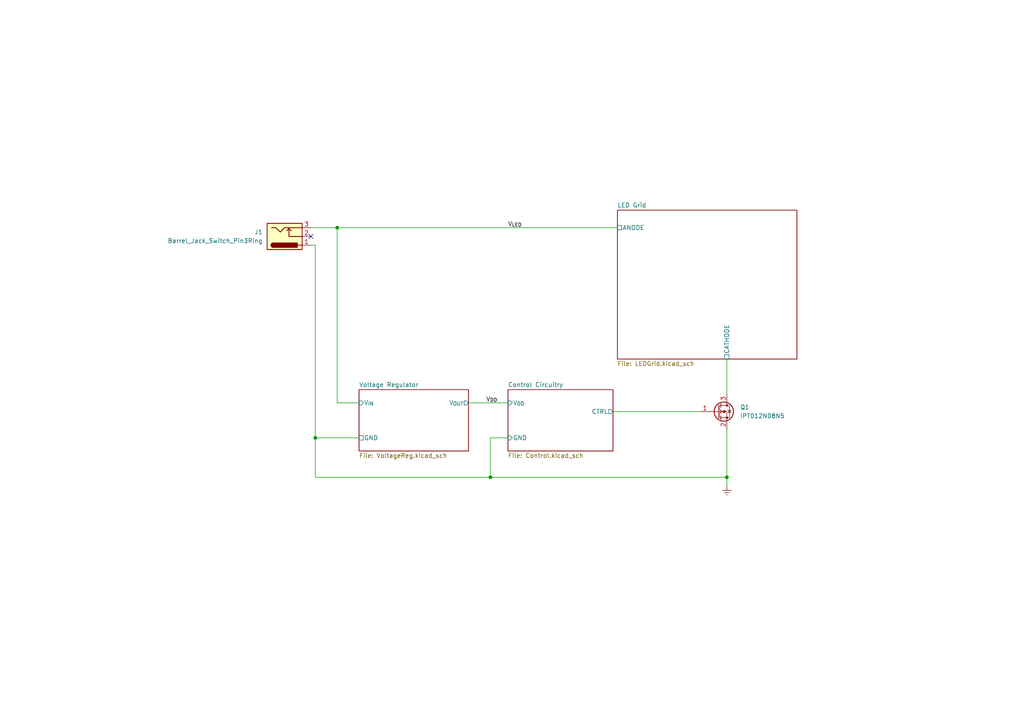
<source format=kicad_sch>
(kicad_sch (version 20211123) (generator eeschema)
  (paper "A4")
  (lib_symbols
    (symbol "Connector:Barrel_Jack_Switch_Pin3Ring" (pin_names hide)
      (property "Reference" "J" (at 0 5.334 0))
      (property "Value" "Barrel_Jack_Switch_Pin3Ring" (at 0 -5.08 0))
      (symbol "Barrel_Jack_Switch_Pin3Ring_0_1"
        (rectangle (start -5.08 3.81) (end 5.08 -3.81) (stroke (width 0.254)) (fill (type background)))
        (arc (start -3.302 3.175) (mid -3.937 2.54) (end -3.302 1.905) (stroke (width 0.254)))
        (arc (start -3.302 3.175) (mid -3.937 2.54) (end -3.302 1.905) (stroke (width 0.254)) (fill (type outline)))
        (polyline (pts (xy 1.27 -2.286) (xy 1.905 -1.651)) (stroke (width 0.254)))
        (polyline (pts (xy 5.08 2.54) (xy 3.81 2.54)) (stroke (width 0.254)))
        (polyline (pts (xy 5.08 0) (xy 1.27 0) (xy 1.27 -2.286) (xy 0.635 -1.651)) (stroke (width 0.254)))
        (polyline (pts (xy -3.81 -2.54) (xy -2.54 -2.54) (xy -1.27 -1.27) (xy 0 -2.54) (xy 2.54 -2.54) (xy 5.08 -2.54)) (stroke (width 0.254)))
        (rectangle (start 3.683 3.175) (end -3.302 1.905) (stroke (width 0.254)) (fill (type outline)))
      )
      (symbol "Barrel_Jack_Switch_Pin3Ring_1_1"
        (pin passive line (at 7.62 2.54 180) (length 2.54) (name "~") (number "1"))
        (pin passive line (at 7.62 0 180) (length 2.54) (name "~") (number "2"))
        (pin passive line (at 7.62 -2.54 180) (length 2.54) (name "~") (number "3"))
      )
    )
    (symbol "Transistor_FET:IPT012N08N5" (pin_names hide)
      (property "Reference" "Q" (at 5.08 1.905 0))
      (property "Value" "IPT012N08N5" (at 5.08 0 0))
      (symbol "IPT012N08N5_0_1"
        (polyline (pts (xy 0.254 0) (xy -2.54 0)))
        (polyline (pts (xy 0.254 1.905) (xy 0.254 -1.905)) (stroke (width 0.254)))
        (polyline (pts (xy 0.762 -1.27) (xy 0.762 -2.286)) (stroke (width 0.254)))
        (polyline (pts (xy 0.762 0.508) (xy 0.762 -0.508)) (stroke (width 0.254)))
        (polyline (pts (xy 0.762 2.286) (xy 0.762 1.27)) (stroke (width 0.254)))
        (polyline (pts (xy 2.54 2.54) (xy 2.54 1.778)))
        (polyline (pts (xy 2.54 -2.54) (xy 2.54 0) (xy 0.762 0)))
        (polyline (pts (xy 0.762 -1.778) (xy 3.302 -1.778) (xy 3.302 1.778) (xy 0.762 1.778)))
        (polyline (pts (xy 1.016 0) (xy 2.032 0.381) (xy 2.032 -0.381) (xy 1.016 0)) (fill (type outline)))
        (polyline (pts (xy 2.794 0.508) (xy 2.921 0.381) (xy 3.683 0.381) (xy 3.81 0.254)))
        (polyline (pts (xy 3.302 0.381) (xy 2.921 -0.254) (xy 3.683 -0.254) (xy 3.302 0.381)))
        (circle (center 1.651 0) (radius 2.794) (stroke (width 0.254)))
        (circle (center 2.54 -1.778) (radius 0.254) (fill (type outline)))
        (circle (center 2.54 1.778) (radius 0.254) (fill (type outline)))
      )
      (symbol "IPT012N08N5_1_1"
        (pin input line (at -5.08 0 0) (length 2.54) (name "G") (number "1"))
        (pin passive line (at 2.54 -5.08 90) (length 2.54) (name "S") (number "2"))
        (pin passive line (at 2.54 5.08 270) (length 2.54) (name "D") (number "3"))
      )
    )
    (symbol "power:Earth" (power) (pin_names (offset 0))
      (symbol "Earth_0_1"
        (polyline (pts (xy -0.635 -1.905) (xy 0.635 -1.905)))
        (polyline (pts (xy -0.127 -2.54) (xy 0.127 -2.54)))
        (polyline (pts (xy 0 -1.27) (xy 0 0)))
        (polyline (pts (xy 1.27 -1.27) (xy -1.27 -1.27)))
      )
      (symbol "Earth_1_1"
        (pin power_in line (at 0 0 270) (length 0) hide (name "Earth") (number "1"))
      )
    )
  )
  (junction (at 97.79 66.04))
  (junction (at 91.44 127))
  (junction (at 210.82 138.43))
  (junction (at 142.24 138.43))
  (no_connect (at 90.17 68.58))
  (wire (pts (xy 97.79 66.04) (xy 97.79 116.84)))
  (wire (pts (xy 210.82 140.97) (xy 210.82 138.43)))
  (wire (pts (xy 135.89 116.84) (xy 147.32 116.84)))
  (wire (pts (xy 90.17 66.04) (xy 97.79 66.04)))
  (wire (pts (xy 147.32 127) (xy 142.24 127)))
  (wire (pts (xy 210.82 124.46) (xy 210.82 138.43)))
  (wire (pts (xy 177.8 119.38) (xy 203.2 119.38)))
  (wire (pts (xy 91.44 127) (xy 91.44 138.43)))
  (wire (pts (xy 90.17 71.12) (xy 91.44 71.12)))
  (wire (pts (xy 142.24 138.43) (xy 210.82 138.43)))
  (wire (pts (xy 97.79 66.04) (xy 179.07 66.04)))
  (wire (pts (xy 104.14 127) (xy 91.44 127)))
  (wire (pts (xy 142.24 127) (xy 142.24 138.43)))
  (wire (pts (xy 97.79 116.84) (xy 104.14 116.84)))
  (wire (pts (xy 91.44 138.43) (xy 142.24 138.43)))
  (wire (pts (xy 91.44 71.12) (xy 91.44 127)))
  (wire (pts (xy 210.82 104.14) (xy 210.82 114.3)))
  (label "V_{DD}" (at 140.97 116.84 0))
  (label "V_{LED}" (at 147.32 66.04 0))
  (symbol (lib_id "Transistor_FET:IPT012N08N5") (at 208.28 119.38 0) (unit 1)
    (property "Reference" "Q1" (at 214.63 118.1099 0) (effects (justify left)))
    (property "Value" "IPT012N08N5" (at 214.63 120.6499 0) (effects (justify left)))
    (property "Footprint" "Package_TO_SOT_SMD:Infineon_PG-HSOF-8-1" (effects hide))
    (property "Datasheet" "http://www.infineon.com/dgdl/Infineon-IPT012N08N5-DS-v02_01-EN.pdf?fileId=5546d4624a75e5f1014aca59127a1eb9" (effects hide))
  )
  (symbol (lib_id "power:Earth") (at 210.82 140.97 0) (unit 1)
    (property "Reference" "#PWR0101" (effects hide))
    (property "Value" "Earth" (effects hide))
  )
  (symbol (lib_id "Connector:Barrel_Jack_Switch_Pin3Ring") (at 82.55 68.58 0) (mirror x) (unit 1)
    (property "Reference" "J1" (at 76.2 67.3099 0) (effects (justify right)))
    (property "Value" "Barrel_Jack_Switch_Pin3Ring" (at 76.2 69.8499 0) (effects (justify right)))
    (property "Footprint" "Connector_BarrelJack:BarrelJack_GCT_DCJ200-10-A_Horizontal" (effects hide))
  )
  (sheet (at 179.07 60.96) (size 52.07 43.18) (stroke (width 0.1524))
    (property "Sheet name" "LED Grid" (at 179.07 60.2484 0) (effects (justify left bottom)))
    (property "Sheet file" "LEDGrid.kicad_sch" (at 179.07 104.7246 0) (effects (justify left top)))
    (pin "CATHODE" passive (at 210.82 104.14 270))
    (pin "ANODE" passive (at 179.07 66.04 180))
  )
  (sheet (at 147.32 113.03) (size 30.48 17.78) (stroke (width 0.1524))
    (property "Sheet name" "Control Circuitry" (at 147.32 112.3184 0) (effects (justify left bottom)))
    (property "Sheet file" "Control.kicad_sch" (at 147.32 131.3946 0) (effects (justify left top)))
    (pin "V_{DD}" input (at 147.32 116.84 180))
    (pin "GND" input (at 147.32 127 180))
    (pin "CTRL" output (at 177.8 119.38 0))
  )
  (sheet (at 104.14 113.03) (size 31.75 17.78) (stroke (width 0.1524))
    (property "Sheet name" "Voltage Regulator" (at 104.14 112.3184 0) (effects (justify left bottom)))
    (property "Sheet file" "VoltageReg.kicad_sch" (at 104.14 131.3946 0) (effects (justify left top)))
    (pin "V_{IN}" input (at 104.14 116.84 180))
    (pin "GND" passive (at 104.14 127 180))
    (pin "V_{OUT}" output (at 135.89 116.84 0))
  )
)
</source>
